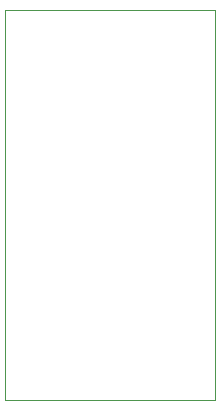
<source format=gbr>
%TF.GenerationSoftware,KiCad,Pcbnew,8.0.9-8.0.9-0~ubuntu22.04.1*%
%TF.CreationDate,2025-02-27T10:45:55+01:00*%
%TF.ProjectId,HB_Pro_Mini_ATMEGA1284P_FUEL4EP,48425f50-726f-45f4-9d69-6e695f41544d,V1.4*%
%TF.SameCoordinates,Original*%
%TF.FileFunction,Profile,NP*%
%FSLAX46Y46*%
G04 Gerber Fmt 4.6, Leading zero omitted, Abs format (unit mm)*
G04 Created by KiCad (PCBNEW 8.0.9-8.0.9-0~ubuntu22.04.1) date 2025-02-27 10:45:55*
%MOMM*%
%LPD*%
G01*
G04 APERTURE LIST*
%TA.AperFunction,Profile*%
%ADD10C,0.038100*%
%TD*%
G04 APERTURE END LIST*
D10*
X0Y0D02*
X17780000Y0D01*
X0Y0D02*
X0Y33020000D01*
X17780000Y33020000D02*
X17780000Y0D01*
X0Y33020000D02*
X17780000Y33020000D01*
M02*

</source>
